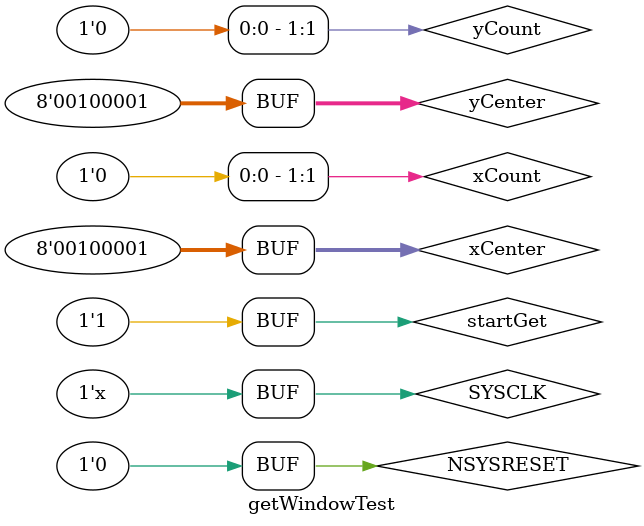
<source format=v>

`timescale 1ns/100ps

module getWindowTest();

parameter SYSCLK_PERIOD = 10;// 10MHZ

reg SYSCLK;
reg NSYSRESET;

initial
begin
    SYSCLK = 1'b0;
    NSYSRESET = 1'b0;
end

//////////////////////////////////////////////////////////////////////
// Reset Pulse
//////////////////////////////////////////////////////////////////////
initial
begin
    #(SYSCLK_PERIOD * 1000 )
        NSYSRESET = 1'b1;
end


//////////////////////////////////////////////////////////////////////
// Clock Driver
//////////////////////////////////////////////////////////////////////
always @(SYSCLK)
    #(SYSCLK_PERIOD / 2.0) SYSCLK <= !SYSCLK;

reg [7:0] xCenter;
reg [7:0] yCenter;
reg startGet;
wire [7:0] xWindow;
wire [7:0] yWindow;
wire windowOut;

//////////////////////////////////////////////////////////////////////
// Instantiate Unit Under Test
//////////////////////////////////////////////////////////////////////
getWindow DUT(
        .clk(SYSCLK),
        .reset(NSYSRESET),
        .xCenter(xCenter),
        .yCenter(yCenter),
        .startGet(startGet),
        .xWindow(xWindow),
        .yWindow(yWindow),
        .windowOut(windowOut)
);

wire CS, NS;
wire signed [1:0] xCount;
wire signed [1:0] yCount;

assign xCount = DUT.xCount;
assign yCount = DUT.yCount;

//assign startGetReg = DUT.startGetReg;
assign CS = DUT.currentState;
assign NS = DUT.nextState;



initial begin
    NSYSRESET = 1;
    #15;
    NSYSRESET = 0;
    xCenter = 30;
    yCenter = 30;
    startGet = 1;
end

initial begin
    #115;
    startGet = 0;
    xCenter = 33;
    yCenter = 33;
    #10;
    startGet = 1;
end


//<statements>

endmodule


</source>
